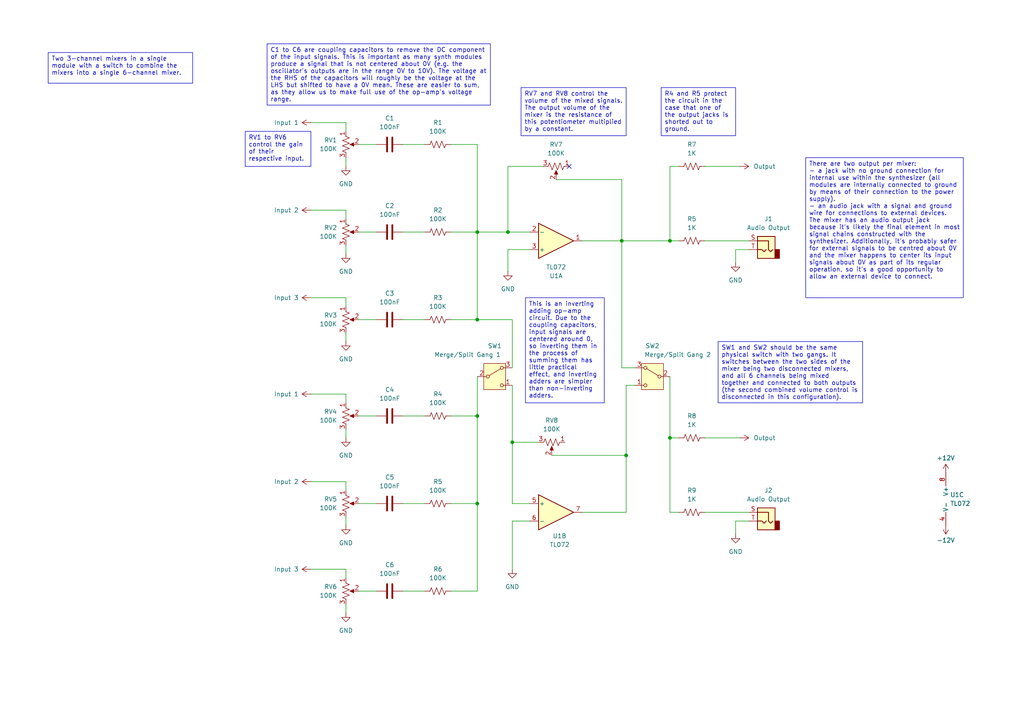
<source format=kicad_sch>
(kicad_sch (version 20231120) (generator "eeschema") (generator_version "8.0")
  (paper "A4")
  (lib_symbols
    (symbol "Amplifier_Operational:TL072" (pin_names (offset 0.127))
      (property "Reference" "U" (at 0 5.08 0))
      (property "Value" "TL072" (at 0 -5.08 0))
      (symbol "TL072_1_1"
        (polyline (pts (xy -5.08 5.08) (xy 5.08 0) (xy -5.08 -5.08) (xy -5.08 5.08)) (stroke (width 0.254)) (fill (type background)))
        (pin output line (at 7.62 0 180) (length 2.54) (name "~") (number "1"))
        (pin input line (at -7.62 -2.54 0) (length 2.54) (name "-") (number "2"))
        (pin input line (at -7.62 2.54 0) (length 2.54) (name "+") (number "3"))
      )
      (symbol "TL072_2_1"
        (polyline (pts (xy -5.08 5.08) (xy 5.08 0) (xy -5.08 -5.08) (xy -5.08 5.08)) (stroke (width 0.254)) (fill (type background)))
        (pin input line (at -7.62 2.54 0) (length 2.54) (name "+") (number "5"))
        (pin input line (at -7.62 -2.54 0) (length 2.54) (name "-") (number "6"))
        (pin output line (at 7.62 0 180) (length 2.54) (name "~") (number "7"))
      )
      (symbol "TL072_3_1"
        (pin power_in line (at -2.54 -7.62 90) (length 3.81) (name "V-") (number "4"))
        (pin power_in line (at -2.54 7.62 270) (length 3.81) (name "V+") (number "8"))
      )
    )
    (symbol "Connector_Audio:AudioJack2"
      (property "Reference" "J" (at 0 8.89 0))
      (property "Value" "AudioJack2" (at 0 6.35 0))
      (symbol "AudioJack2_0_1"
        (rectangle (start -3.81 0) (end -2.54 -2.54) (stroke (width 0.254)) (fill (type outline)))
        (rectangle (start -2.54 3.81) (end 2.54 -2.54) (stroke (width 0.254)) (fill (type background)))
        (polyline (pts (xy 0 0) (xy 0.635 -0.635) (xy 1.27 0) (xy 2.54 0)) (stroke (width 0.254)))
        (polyline (pts (xy 2.54 2.54) (xy -0.635 2.54) (xy -0.635 0) (xy -1.27 -0.635) (xy -1.905 0)) (stroke (width 0.254)))
      )
      (symbol "AudioJack2_1_1"
        (pin passive line (at 5.08 2.54 180) (length 2.54) (name "~") (number "S"))
        (pin passive line (at 5.08 0 180) (length 2.54) (name "~") (number "T"))
      )
    )
    (symbol "Device:C" (pin_numbers hide) (pin_names (offset 0.254))
      (property "Reference" "C" (at 0.635 2.54 0))
      (property "Value" "C" (at 0.635 -2.54 0))
      (symbol "C_0_1"
        (polyline (pts (xy -2.032 -0.762) (xy 2.032 -0.762)) (stroke (width 0.508)))
        (polyline (pts (xy -2.032 0.762) (xy 2.032 0.762)) (stroke (width 0.508)))
      )
      (symbol "C_1_1"
        (pin passive line (at 0 3.81 270) (length 2.794) (name "~") (number "1"))
        (pin passive line (at 0 -3.81 90) (length 2.794) (name "~") (number "2"))
      )
    )
    (symbol "Device:R_Potentiometer_US" (pin_names (offset 1.016) hide)
      (property "Reference" "RV" (at -4.445 0 90))
      (property "Value" "R_Potentiometer_US" (at -2.54 0 90))
      (symbol "R_Potentiometer_US_0_1"
        (polyline (pts (xy 0 -2.286) (xy 0 -2.54)))
        (polyline (pts (xy 0 2.54) (xy 0 2.286)))
        (polyline (pts (xy 2.54 0) (xy 1.524 0)))
        (polyline (pts (xy 1.143 0) (xy 2.286 0.508) (xy 2.286 -0.508) (xy 1.143 0)) (fill (type outline)))
        (polyline (pts (xy 0 -0.762) (xy 1.016 -1.143) (xy 0 -1.524) (xy -1.016 -1.905) (xy 0 -2.286)))
        (polyline (pts (xy 0 0.762) (xy 1.016 0.381) (xy 0 0) (xy -1.016 -0.381) (xy 0 -0.762)))
        (polyline (pts (xy 0 2.286) (xy 1.016 1.905) (xy 0 1.524) (xy -1.016 1.143) (xy 0 0.762)))
      )
      (symbol "R_Potentiometer_US_1_1"
        (pin passive line (at 0 3.81 270) (length 1.27) (name "1") (number "1"))
        (pin passive line (at 3.81 0 180) (length 1.27) (name "2") (number "2"))
        (pin passive line (at 0 -3.81 90) (length 1.27) (name "3") (number "3"))
      )
    )
    (symbol "Device:R_US" (pin_numbers hide) (pin_names (offset 0))
      (property "Reference" "R" (at 2.54 0 90))
      (property "Value" "R_US" (at -2.54 0 90))
      (symbol "R_US_0_1"
        (polyline (pts (xy 0 -2.286) (xy 0 -2.54)))
        (polyline (pts (xy 0 2.286) (xy 0 2.54)))
        (polyline (pts (xy 0 -0.762) (xy 1.016 -1.143) (xy 0 -1.524) (xy -1.016 -1.905) (xy 0 -2.286)))
        (polyline (pts (xy 0 0.762) (xy 1.016 0.381) (xy 0 0) (xy -1.016 -0.381) (xy 0 -0.762)))
        (polyline (pts (xy 0 2.286) (xy 1.016 1.905) (xy 0 1.524) (xy -1.016 1.143) (xy 0 0.762)))
      )
      (symbol "R_US_1_1"
        (pin passive line (at 0 3.81 270) (length 1.27) (name "~") (number "1"))
        (pin passive line (at 0 -3.81 90) (length 1.27) (name "~") (number "2"))
      )
    )
    (symbol "Switch:SW_Nidec_CAS-120A1" (pin_names (offset 1) hide)
      (property "Reference" "SW" (at 0 4.318 0))
      (property "Value" "SW_Nidec_CAS-120A1" (at 0 -5.08 0))
      (symbol "SW_Nidec_CAS-120A1_0_1"
        (circle (center -2.032 0) (radius 0.4572))
        (polyline (pts (xy -1.651 0.254) (xy 1.651 2.286)))
        (circle (center 2.032 -2.54) (radius 0.4572))
        (circle (center 2.032 2.54) (radius 0.4572))
      )
      (symbol "SW_Nidec_CAS-120A1_1_1"
        (rectangle (start -3.175 3.81) (end 3.175 -3.81) (fill (type background)))
        (pin passive line (at 5.08 -2.54 180) (length 2.54) (name "C") (number "1"))
        (pin passive line (at -5.08 0 0) (length 2.54) (name "B") (number "2"))
        (pin passive line (at 5.08 2.54 180) (length 2.54) (name "A") (number "3"))
      )
    )
    (symbol "power:GND" (power) (pin_numbers hide) (pin_names (offset 0) hide)
      (property "Value" "GND" (at 0 -3.81 0))
      (symbol "GND_0_1"
        (polyline (pts (xy 0 0) (xy 0 -1.27) (xy 1.27 -1.27) (xy 0 -2.54) (xy -1.27 -1.27) (xy 0 -1.27)))
      )
      (symbol "GND_1_1"
        (pin power_in line (at 0 0 270) (length 0) (name "~") (number "1"))
      )
    )
    (symbol "power:VAA" (power) (pin_numbers hide) (pin_names (offset 0) hide)
      (property "Value" "VAA" (at 0 3.556 0))
      (symbol "VAA_0_1"
        (polyline (pts (xy -0.762 1.27) (xy 0 2.54)))
        (polyline (pts (xy 0 0) (xy 0 2.54)))
        (polyline (pts (xy 0 2.54) (xy 0.762 1.27)))
      )
      (symbol "VAA_1_1"
        (pin power_in line (at 0 0 90) (length 0) (name "~") (number "1"))
      )
    )
  )
  (junction (at 194.31 127))
  (junction (at 181.61 132.08))
  (junction (at 138.43 67.31))
  (junction (at 147.32 67.31))
  (junction (at 180.34 69.85))
  (junction (at 194.31 69.85))
  (junction (at 138.43 146.05))
  (junction (at 138.43 120.65))
  (junction (at 148.59 128.27))
  (junction (at 138.43 92.71))
  (no_connect (at 165.1 48.26))
  (wire (pts (xy 180.34 106.68) (xy 180.34 69.85)))
  (wire (pts (xy 104.14 67.31) (xy 109.22 67.31)))
  (wire (pts (xy 153.67 151.13) (xy 148.59 151.13)))
  (wire (pts (xy 90.17 114.3) (xy 100.33 114.3)))
  (wire (pts (xy 196.85 48.26) (xy 194.31 48.26)))
  (wire (pts (xy 104.14 146.05) (xy 109.22 146.05)))
  (wire (pts (xy 148.59 151.13) (xy 148.59 165.1)))
  (wire (pts (xy 130.81 41.91) (xy 138.43 41.91)))
  (wire (pts (xy 217.17 151.13) (xy 213.36 151.13)))
  (wire (pts (xy 168.91 148.59) (xy 181.61 148.59)))
  (wire (pts (xy 130.81 67.31) (xy 138.43 67.31)))
  (wire (pts (xy 180.34 69.85) (xy 168.91 69.85)))
  (wire (pts (xy 100.33 71.12) (xy 100.33 73.66)))
  (wire (pts (xy 100.33 35.56) (xy 100.33 38.1)))
  (wire (pts (xy 181.61 111.76) (xy 181.61 132.08)))
  (wire (pts (xy 194.31 69.85) (xy 196.85 69.85)))
  (wire (pts (xy 138.43 67.31) (xy 147.32 67.31)))
  (wire (pts (xy 138.43 41.91) (xy 138.43 67.31)))
  (wire (pts (xy 184.15 106.68) (xy 180.34 106.68)))
  (wire (pts (xy 138.43 171.45) (xy 130.81 171.45)))
  (wire (pts (xy 130.81 120.65) (xy 138.43 120.65)))
  (wire (pts (xy 100.33 96.52) (xy 100.33 99.06)))
  (wire (pts (xy 116.84 41.91) (xy 123.19 41.91)))
  (wire (pts (xy 100.33 175.26) (xy 100.33 177.8)))
  (wire (pts (xy 180.34 52.07) (xy 180.34 69.85)))
  (wire (pts (xy 104.14 120.65) (xy 109.22 120.65)))
  (wire (pts (xy 90.17 86.36) (xy 100.33 86.36)))
  (wire (pts (xy 100.33 86.36) (xy 100.33 88.9)))
  (wire (pts (xy 148.59 111.76) (xy 148.59 128.27)))
  (wire (pts (xy 180.34 69.85) (xy 194.31 69.85)))
  (wire (pts (xy 138.43 67.31) (xy 138.43 92.71)))
  (wire (pts (xy 100.33 124.46) (xy 100.33 127)))
  (wire (pts (xy 204.47 69.85) (xy 217.17 69.85)))
  (wire (pts (xy 90.17 35.56) (xy 100.33 35.56)))
  (wire (pts (xy 90.17 60.96) (xy 100.33 60.96)))
  (wire (pts (xy 100.33 114.3) (xy 100.33 116.84)))
  (wire (pts (xy 104.14 41.91) (xy 109.22 41.91)))
  (wire (pts (xy 116.84 67.31) (xy 123.19 67.31)))
  (wire (pts (xy 148.59 128.27) (xy 148.59 146.05)))
  (wire (pts (xy 148.59 92.71) (xy 138.43 92.71)))
  (wire (pts (xy 116.84 146.05) (xy 123.19 146.05)))
  (wire (pts (xy 194.31 48.26) (xy 194.31 69.85)))
  (wire (pts (xy 213.36 72.39) (xy 213.36 76.2)))
  (wire (pts (xy 104.14 92.71) (xy 109.22 92.71)))
  (wire (pts (xy 204.47 127) (xy 214.63 127)))
  (wire (pts (xy 130.81 146.05) (xy 138.43 146.05)))
  (wire (pts (xy 116.84 171.45) (xy 123.19 171.45)))
  (wire (pts (xy 213.36 151.13) (xy 213.36 154.94)))
  (wire (pts (xy 148.59 106.68) (xy 148.59 92.71)))
  (wire (pts (xy 100.33 165.1) (xy 100.33 167.64)))
  (wire (pts (xy 147.32 67.31) (xy 153.67 67.31)))
  (wire (pts (xy 104.14 171.45) (xy 109.22 171.45)))
  (wire (pts (xy 196.85 127) (xy 194.31 127)))
  (wire (pts (xy 138.43 120.65) (xy 138.43 146.05)))
  (wire (pts (xy 161.29 52.07) (xy 180.34 52.07)))
  (wire (pts (xy 90.17 139.7) (xy 100.33 139.7)))
  (wire (pts (xy 157.48 48.26) (xy 147.32 48.26)))
  (wire (pts (xy 100.33 60.96) (xy 100.33 63.5)))
  (wire (pts (xy 194.31 109.22) (xy 194.31 127)))
  (wire (pts (xy 147.32 48.26) (xy 147.32 67.31)))
  (wire (pts (xy 181.61 111.76) (xy 184.15 111.76)))
  (wire (pts (xy 156.21 128.27) (xy 148.59 128.27)))
  (wire (pts (xy 204.47 148.59) (xy 217.17 148.59)))
  (wire (pts (xy 148.59 146.05) (xy 153.67 146.05)))
  (wire (pts (xy 138.43 146.05) (xy 138.43 171.45)))
  (wire (pts (xy 138.43 109.22) (xy 138.43 120.65)))
  (wire (pts (xy 194.31 127) (xy 194.31 148.59)))
  (wire (pts (xy 181.61 132.08) (xy 181.61 148.59)))
  (wire (pts (xy 90.17 165.1) (xy 100.33 165.1)))
  (wire (pts (xy 217.17 72.39) (xy 213.36 72.39)))
  (wire (pts (xy 100.33 45.72) (xy 100.33 48.26)))
  (wire (pts (xy 100.33 149.86) (xy 100.33 152.4)))
  (wire (pts (xy 100.33 139.7) (xy 100.33 142.24)))
  (wire (pts (xy 147.32 72.39) (xy 147.32 78.74)))
  (wire (pts (xy 204.47 48.26) (xy 214.63 48.26)))
  (wire (pts (xy 116.84 120.65) (xy 123.19 120.65)))
  (wire (pts (xy 116.84 92.71) (xy 123.19 92.71)))
  (wire (pts (xy 138.43 92.71) (xy 130.81 92.71)))
  (wire (pts (xy 160.02 132.08) (xy 181.61 132.08)))
  (wire (pts (xy 194.31 148.59) (xy 196.85 148.59)))
  (wire (pts (xy 153.67 72.39) (xy 147.32 72.39)))
  (text_box "RV7 and RV8 control the volume of the mixed signals. The output volume of the mixer is the resistance of this potentiometer multiplied by a constant." (at 151.13 25.4 0) (size 30.48 13.97) (effects (font (size 1.27 1.27)) (justify left top)))
  (text_box "SW1 and SW2 should be the same physical switch with two gangs. It switches between the two sides of the mixer being two disconnected mixers, and all 6 channels being mixed together and connected to both outputs (the second combined volume control is disconnected in this configuration)." (at 208.28 99.06 0) (size 41.91 17.78) (effects (font (size 1.27 1.27)) (justify left top)))
  (text_box "This is an inverting adding op-amp circuit. Due to the coupling capacitors, input signals are centered around 0, so inverting them in the process of summing them has little practical effect, and inverting adders are simpler than non-inverting adders." (at 152.4 86.36 0) (size 22.86 30.48) (effects (font (size 1.27 1.27)) (justify left top)))
  (text_box "R4 and R5 protect the circuit in the case that one of the output jacks is shorted out to ground." (at 191.77 25.4 0) (size 21.59 13.97) (effects (font (size 1.27 1.27)) (justify left top)))
  (text_box "RV1 to RV6 control the gain of their respective input." (at 71.12 38.1 0) (size 19.05 10.16) (effects (font (size 1.27 1.27)) (justify left top)))
  (text_box "Two 3-channel mixers in a single module with a switch to combine the mixers into a single 6-channel mixer." (at 13.97 15.24 0) (size 41.91 8.89) (effects (font (size 1.27 1.27)) (justify left top)))
  (text_box "C1 to C6 are coupling capacitors to remove the DC component of the input signals. This is important as many synth modules produce a signal that is not centered about 0V (e.g. the oscillator's outputs are in the range 0V to 10V). The voltage at the RHS of the capacitors will roughly be the voltage at the LHS but shifted to have a 0V mean. These are easier to sum, as they allow us to make full use of the op-amp's voltage range." (at 77.47 12.7 0) (size 64.77 17.78) (effects (font (size 1.27 1.27)) (justify left top)))
  (text_box "There are two output per mixer:\n- a jack with no ground connection for internal use within the synthesizer (all modules are internally connected to ground by means of their connection to the power supply).\n- an audio jack with a signal and ground wire for connections to external devices. The mixer has an audio output jack because it's likely the final element in most signal chains constructed with the synthesizer. Additionally, it's probably safer for external signals to be centred about 0V and the mixer happens to center its input signals about 0V as part of its regular operation, so it's a good opportunity to allow an external device to connect." (at 233.68 45.72 0) (size 45.72 40.64) (effects (font (size 1.27 1.27)) (justify left top)))
  (symbol (lib_id "power:VAA") (at 214.63 48.26 270) (unit 1)
    (property "Reference" "#PWR09" (effects (hide yes)))
    (property "Value" "Output" (at 221.742 48.26 90))
    (property "Description" "Power symbol creates a global label with name \"VAA\"" (effects (hide yes)))
  )
  (symbol (lib_id "Connector_Audio:AudioJack2") (at 222.25 72.39 0) (mirror y) (unit 1)
    (property "Reference" "J1" (at 222.885 63.5 0))
    (property "Value" "Audio Output" (at 222.885 66.04 0))
    (property "Description" "Audio Jack, 2 Poles (Mono / TS)" (effects (hide yes)))
  )
  (symbol (lib_id "Device:R_Potentiometer_US") (at 161.29 48.26 270) (unit 1)
    (property "Reference" "RV7" (at 161.29 41.91 90))
    (property "Value" "100K" (at 161.29 44.45 90))
    (property "Description" "Potentiometer, US symbol" (effects (hide yes)))
  )
  (symbol (lib_id "Device:R_US") (at 127 92.71 90) (unit 1)
    (property "Reference" "R3" (at 127 86.36 90))
    (property "Value" "100K" (at 127 88.9 90))
    (property "Description" "Resistor, US symbol" (effects (hide yes)))
  )
  (symbol (lib_id "power:VAA") (at 274.32 152.4 180) (unit 1)
    (property "Reference" "#PWR011" (effects (hide yes)))
    (property "Value" "-12V" (at 274.32 156.718 0))
    (property "Description" "Power symbol creates a global label with name \"VAA\"" (effects (hide yes)))
  )
  (symbol (lib_id "Device:R_US") (at 127 171.45 90) (unit 1)
    (property "Reference" "R6" (at 127 165.1 90))
    (property "Value" "100K" (at 127 167.64 90))
    (property "Description" "Resistor, US symbol" (effects (hide yes)))
  )
  (symbol (lib_id "power:GND") (at 213.36 76.2 0) (unit 1)
    (property "Reference" "#PWR08" (effects (hide yes)))
    (property "Value" "GND" (at 213.36 81.28 0))
    (property "Description" "Power symbol creates a global label with name \"GND\" , ground" (effects (hide yes)))
  )
  (symbol (lib_id "Device:R_Potentiometer_US") (at 100.33 92.71 0) (unit 1)
    (property "Reference" "RV3" (at 97.79 91.4399 0) (effects (justify right)))
    (property "Value" "100K" (at 97.79 93.9799 0) (effects (justify right)))
    (property "Description" "Potentiometer, US symbol" (effects (hide yes)))
  )
  (symbol (lib_id "Device:C") (at 113.03 41.91 90) (unit 1)
    (property "Reference" "C1" (at 113.03 34.29 90))
    (property "Value" "100nF" (at 113.03 36.83 90))
    (property "Description" "Unpolarized capacitor" (effects (hide yes)))
  )
  (symbol (lib_id "Amplifier_Operational:TL072") (at 161.29 69.85 0) (mirror x) (unit 1)
    (property "Reference" "U1" (at 161.29 80.01 0))
    (property "Value" "TL072" (at 161.29 77.47 0))
    (property "Datasheet" "http://www.ti.com/lit/ds/symlink/tl071.pdf" (effects (hide yes)))
    (property "Description" "Dual Low-Noise JFET-Input Operational Amplifiers, DIP-8/SOIC-8" (effects (hide yes)))
  )
  (symbol (lib_id "power:VAA") (at 274.32 137.16 0) (unit 1)
    (property "Reference" "#PWR010" (effects (hide yes)))
    (property "Value" "+12V" (at 274.32 132.842 0))
    (property "Description" "Power symbol creates a global label with name \"VAA\"" (effects (hide yes)))
  )
  (symbol (lib_id "Device:R_US") (at 200.66 69.85 90) (unit 1)
    (property "Reference" "R5" (at 200.66 63.5 90))
    (property "Value" "1K" (at 200.66 66.04 90))
    (property "Description" "Resistor, US symbol" (effects (hide yes)))
  )
  (symbol (lib_id "power:VAA") (at 214.63 127 270) (unit 1)
    (property "Reference" "#PWR020" (effects (hide yes)))
    (property "Value" "Output" (at 221.742 127 90))
    (property "Description" "Power symbol creates a global label with name \"VAA\"" (effects (hide yes)))
  )
  (symbol (lib_id "power:GND") (at 100.33 152.4 0) (unit 1)
    (property "Reference" "#PWR016" (effects (hide yes)))
    (property "Value" "GND" (at 100.33 157.48 0))
    (property "Description" "Power symbol creates a global label with name \"GND\" , ground" (effects (hide yes)))
  )
  (symbol (lib_id "power:VAA") (at 90.17 165.1 90) (unit 1)
    (property "Reference" "#PWR014" (effects (hide yes)))
    (property "Value" "Input 3" (at 83.058 165.1 90))
    (property "Description" "Power symbol creates a global label with name \"VAA\"" (effects (hide yes)))
  )
  (symbol (lib_id "power:GND") (at 147.32 78.74 0) (unit 1)
    (property "Reference" "#PWR07" (effects (hide yes)))
    (property "Value" "GND" (at 147.32 83.82 0))
    (property "Description" "Power symbol creates a global label with name \"GND\" , ground" (effects (hide yes)))
  )
  (symbol (lib_id "Device:C") (at 113.03 171.45 90) (unit 1)
    (property "Reference" "C6" (at 113.03 163.83 90))
    (property "Value" "100nF" (at 113.03 166.37 90))
    (property "Description" "Unpolarized capacitor" (effects (hide yes)))
  )
  (symbol (lib_id "Device:R_Potentiometer_US") (at 100.33 171.45 0) (unit 1)
    (property "Reference" "RV6" (at 97.79 170.1799 0) (effects (justify right)))
    (property "Value" "100K" (at 97.79 172.7199 0) (effects (justify right)))
    (property "Description" "Potentiometer, US symbol" (effects (hide yes)))
  )
  (symbol (lib_id "power:VAA") (at 90.17 60.96 90) (unit 1)
    (property "Reference" "#PWR02" (effects (hide yes)))
    (property "Value" "Input 2" (at 83.058 60.96 90))
    (property "Description" "Power symbol creates a global label with name \"VAA\"" (effects (hide yes)))
  )
  (symbol (lib_id "Switch:SW_Nidec_CAS-120A1") (at 143.51 109.22 0) (unit 1)
    (property "Reference" "SW1" (at 143.51 100.33 0))
    (property "Value" " Merge/Split Gang 1" (at 135.128 102.87 0))
    (property "Footprint" "Button_Switch_SMD:Nidec_Copal_CAS-120A" (effects (hide yes)))
    (property "Datasheet" "https://www.nidec-components.com/e/catalog/switch/cas.pdf" (effects (hide yes)))
    (property "Description" "Switch, single pole double throw" (effects (hide yes)))
  )
  (symbol (lib_id "Switch:SW_Nidec_CAS-120A1") (at 189.23 109.22 0) (mirror y) (unit 1)
    (property "Reference" "SW2" (at 189.23 100.33 0))
    (property "Value" " Merge/Split Gang 2" (at 196.088 102.87 0))
    (property "Footprint" "Button_Switch_SMD:Nidec_Copal_CAS-120A" (effects (hide yes)))
    (property "Datasheet" "https://www.nidec-components.com/e/catalog/switch/cas.pdf" (effects (hide yes)))
    (property "Description" "Switch, single pole double throw" (effects (hide yes)))
  )
  (symbol (lib_id "power:GND") (at 148.59 165.1 0) (unit 1)
    (property "Reference" "#PWR018" (effects (hide yes)))
    (property "Value" "GND" (at 148.59 170.18 0))
    (property "Description" "Power symbol creates a global label with name \"GND\" , ground" (effects (hide yes)))
  )
  (symbol (lib_id "Device:R_US") (at 127 67.31 90) (unit 1)
    (property "Reference" "R2" (at 127 60.96 90))
    (property "Value" "100K" (at 127 63.5 90))
    (property "Description" "Resistor, US symbol" (effects (hide yes)))
  )
  (symbol (lib_id "Device:C") (at 113.03 67.31 90) (unit 1)
    (property "Reference" "C2" (at 113.03 59.69 90))
    (property "Value" "100nF" (at 113.03 62.23 90))
    (property "Description" "Unpolarized capacitor" (effects (hide yes)))
  )
  (symbol (lib_id "Amplifier_Operational:TL072") (at 276.86 144.78 0) (unit 3)
    (property "Reference" "U1" (at 275.59 143.5099 0) (effects (justify left)))
    (property "Value" "TL072" (at 275.59 146.0499 0) (effects (justify left)))
    (property "Datasheet" "http://www.ti.com/lit/ds/symlink/tl071.pdf" (effects (hide yes)))
    (property "Description" "Dual Low-Noise JFET-Input Operational Amplifiers, DIP-8/SOIC-8" (effects (hide yes)))
  )
  (symbol (lib_id "Device:C") (at 113.03 92.71 90) (unit 1)
    (property "Reference" "C3" (at 113.03 85.09 90))
    (property "Value" "100nF" (at 113.03 87.63 90))
    (property "Description" "Unpolarized capacitor" (effects (hide yes)))
  )
  (symbol (lib_id "Device:R_Potentiometer_US") (at 100.33 120.65 0) (unit 1)
    (property "Reference" "RV4" (at 97.79 119.3799 0) (effects (justify right)))
    (property "Value" "100K" (at 97.79 121.9199 0) (effects (justify right)))
    (property "Description" "Potentiometer, US symbol" (effects (hide yes)))
  )
  (symbol (lib_id "Device:C") (at 113.03 120.65 90) (unit 1)
    (property "Reference" "C4" (at 113.03 113.03 90))
    (property "Value" "100nF" (at 113.03 115.57 90))
    (property "Description" "Unpolarized capacitor" (effects (hide yes)))
  )
  (symbol (lib_id "Device:R_US") (at 127 41.91 90) (unit 1)
    (property "Reference" "R1" (at 127 35.56 90))
    (property "Value" "100K" (at 127 38.1 90))
    (property "Description" "Resistor, US symbol" (effects (hide yes)))
  )
  (symbol (lib_id "Device:R_Potentiometer_US") (at 160.02 128.27 270) (unit 1)
    (property "Reference" "RV8" (at 160.02 121.92 90))
    (property "Value" "100K" (at 160.02 124.46 90))
    (property "Description" "Potentiometer, US symbol" (effects (hide yes)))
  )
  (symbol (lib_id "Device:R_US") (at 127 146.05 90) (unit 1)
    (property "Reference" "R5" (at 127 139.7 90))
    (property "Value" "100K" (at 127 142.24 90))
    (property "Description" "Resistor, US symbol" (effects (hide yes)))
  )
  (symbol (lib_id "power:GND") (at 100.33 177.8 0) (unit 1)
    (property "Reference" "#PWR017" (effects (hide yes)))
    (property "Value" "GND" (at 100.33 182.88 0))
    (property "Description" "Power symbol creates a global label with name \"GND\" , ground" (effects (hide yes)))
  )
  (symbol (lib_id "Connector_Audio:AudioJack2") (at 222.25 151.13 0) (mirror y) (unit 1)
    (property "Reference" "J2" (at 222.885 142.24 0))
    (property "Value" "Audio Output" (at 222.885 144.78 0))
    (property "Description" "Audio Jack, 2 Poles (Mono / TS)" (effects (hide yes)))
  )
  (symbol (lib_id "power:VAA") (at 90.17 86.36 90) (unit 1)
    (property "Reference" "#PWR03" (effects (hide yes)))
    (property "Value" "Input 3" (at 83.058 86.36 90))
    (property "Description" "Power symbol creates a global label with name \"VAA\"" (effects (hide yes)))
  )
  (symbol (lib_id "Device:R_Potentiometer_US") (at 100.33 67.31 0) (unit 1)
    (property "Reference" "RV2" (at 97.79 66.0399 0) (effects (justify right)))
    (property "Value" "100K" (at 97.79 68.5799 0) (effects (justify right)))
    (property "Description" "Potentiometer, US symbol" (effects (hide yes)))
  )
  (symbol (lib_id "power:GND") (at 213.36 154.94 0) (unit 1)
    (property "Reference" "#PWR019" (effects (hide yes)))
    (property "Value" "GND" (at 213.36 160.02 0))
    (property "Description" "Power symbol creates a global label with name \"GND\" , ground" (effects (hide yes)))
  )
  (symbol (lib_id "Device:R_US") (at 200.66 148.59 90) (unit 1)
    (property "Reference" "R9" (at 200.66 142.24 90))
    (property "Value" "1K" (at 200.66 144.78 90))
    (property "Description" "Resistor, US symbol" (effects (hide yes)))
  )
  (symbol (lib_id "power:GND") (at 100.33 48.26 0) (unit 1)
    (property "Reference" "#PWR04" (effects (hide yes)))
    (property "Value" "GND" (at 100.33 53.34 0))
    (property "Description" "Power symbol creates a global label with name \"GND\" , ground" (effects (hide yes)))
  )
  (symbol (lib_id "power:GND") (at 100.33 99.06 0) (unit 1)
    (property "Reference" "#PWR06" (effects (hide yes)))
    (property "Value" "GND" (at 100.33 104.14 0))
    (property "Description" "Power symbol creates a global label with name \"GND\" , ground" (effects (hide yes)))
  )
  (symbol (lib_id "power:VAA") (at 90.17 35.56 90) (unit 1)
    (property "Reference" "#PWR01" (effects (hide yes)))
    (property "Value" "Input 1" (at 83.058 35.56 90))
    (property "Description" "Power symbol creates a global label with name \"VAA\"" (effects (hide yes)))
  )
  (symbol (lib_id "power:GND") (at 100.33 73.66 0) (unit 1)
    (property "Reference" "#PWR05" (effects (hide yes)))
    (property "Value" "GND" (at 100.33 78.74 0))
    (property "Description" "Power symbol creates a global label with name \"GND\" , ground" (effects (hide yes)))
  )
  (symbol (lib_id "power:GND") (at 100.33 127 0) (unit 1)
    (property "Reference" "#PWR015" (effects (hide yes)))
    (property "Value" "GND" (at 100.33 132.08 0))
    (property "Description" "Power symbol creates a global label with name \"GND\" , ground" (effects (hide yes)))
  )
  (symbol (lib_id "Amplifier_Operational:TL072") (at 161.29 148.59 0) (unit 2)
    (property "Reference" "U1" (at 162.306 155.448 0))
    (property "Value" "TL072" (at 162.306 157.988 0))
    (property "Datasheet" "http://www.ti.com/lit/ds/symlink/tl071.pdf" (effects (hide yes)))
    (property "Description" "Dual Low-Noise JFET-Input Operational Amplifiers, DIP-8/SOIC-8" (effects (hide yes)))
  )
  (symbol (lib_id "Device:R_Potentiometer_US") (at 100.33 41.91 0) (unit 1)
    (property "Reference" "RV1" (at 97.79 40.6399 0) (effects (justify right)))
    (property "Value" "100K" (at 97.79 43.1799 0) (effects (justify right)))
    (property "Description" "Potentiometer, US symbol" (effects (hide yes)))
  )
  (symbol (lib_id "Device:C") (at 113.03 146.05 90) (unit 1)
    (property "Reference" "C5" (at 113.03 138.43 90))
    (property "Value" "100nF" (at 113.03 140.97 90))
    (property "Description" "Unpolarized capacitor" (effects (hide yes)))
  )
  (symbol (lib_id "Device:R_US") (at 127 120.65 90) (unit 1)
    (property "Reference" "R4" (at 127 114.3 90))
    (property "Value" "100K" (at 127 116.84 90))
    (property "Description" "Resistor, US symbol" (effects (hide yes)))
  )
  (symbol (lib_id "Device:R_Potentiometer_US") (at 100.33 146.05 0) (unit 1)
    (property "Reference" "RV5" (at 97.79 144.7799 0) (effects (justify right)))
    (property "Value" "100K" (at 97.79 147.3199 0) (effects (justify right)))
    (property "Description" "Potentiometer, US symbol" (effects (hide yes)))
  )
  (symbol (lib_id "power:VAA") (at 90.17 139.7 90) (unit 1)
    (property "Reference" "#PWR013" (effects (hide yes)))
    (property "Value" "Input 2" (at 83.058 139.7 90))
    (property "Description" "Power symbol creates a global label with name \"VAA\"" (effects (hide yes)))
  )
  (symbol (lib_id "Device:R_US") (at 200.66 48.26 90) (unit 1)
    (property "Reference" "R7" (at 200.66 41.91 90))
    (property "Value" "1K" (at 200.66 44.45 90))
    (property "Description" "Resistor, US symbol" (effects (hide yes)))
  )
  (symbol (lib_id "power:VAA") (at 90.17 114.3 90) (unit 1)
    (property "Reference" "#PWR012" (effects (hide yes)))
    (property "Value" "Input 1" (at 83.058 114.3 90))
    (property "Description" "Power symbol creates a global label with name \"VAA\"" (effects (hide yes)))
  )
  (symbol (lib_id "Device:R_US") (at 200.66 127 90) (unit 1)
    (property "Reference" "R8" (at 200.66 120.65 90))
    (property "Value" "1K" (at 200.66 123.19 90))
    (property "Description" "Resistor, US symbol" (effects (hide yes)))
  )
)
</source>
